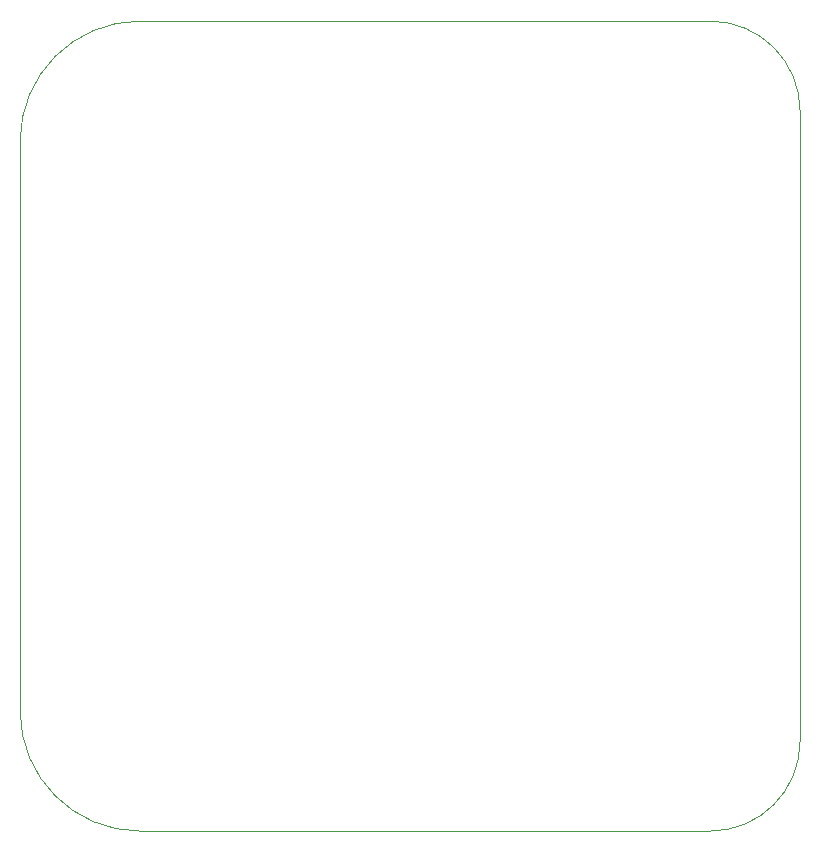
<source format=gbr>
%TF.GenerationSoftware,KiCad,Pcbnew,(7.0.0)*%
%TF.CreationDate,2023-11-05T01:23:08-04:00*%
%TF.ProjectId,Ultrasonic_ruler,556c7472-6173-46f6-9e69-635f72756c65,rev?*%
%TF.SameCoordinates,Original*%
%TF.FileFunction,Profile,NP*%
%FSLAX46Y46*%
G04 Gerber Fmt 4.6, Leading zero omitted, Abs format (unit mm)*
G04 Created by KiCad (PCBNEW (7.0.0)) date 2023-11-05 01:23:08*
%MOMM*%
%LPD*%
G01*
G04 APERTURE LIST*
%TA.AperFunction,Profile*%
%ADD10C,0.100000*%
%TD*%
G04 APERTURE END LIST*
D10*
X152400000Y-101600000D02*
X152400000Y-48260000D01*
X144780000Y-109220000D02*
G75*
G03*
X152400000Y-101600000I0J7620000D01*
G01*
X86360000Y-99060000D02*
G75*
G03*
X96520000Y-109220000I10160000J0D01*
G01*
X96520000Y-109220000D02*
X144780000Y-109220000D01*
X96520000Y-40640000D02*
G75*
G03*
X86360000Y-50800000I0J-10160000D01*
G01*
X144780000Y-40640000D02*
X96520000Y-40640000D01*
X152400000Y-48260000D02*
G75*
G03*
X144780000Y-40640000I-7620000J0D01*
G01*
X86360000Y-50800000D02*
X86360000Y-99060000D01*
M02*

</source>
